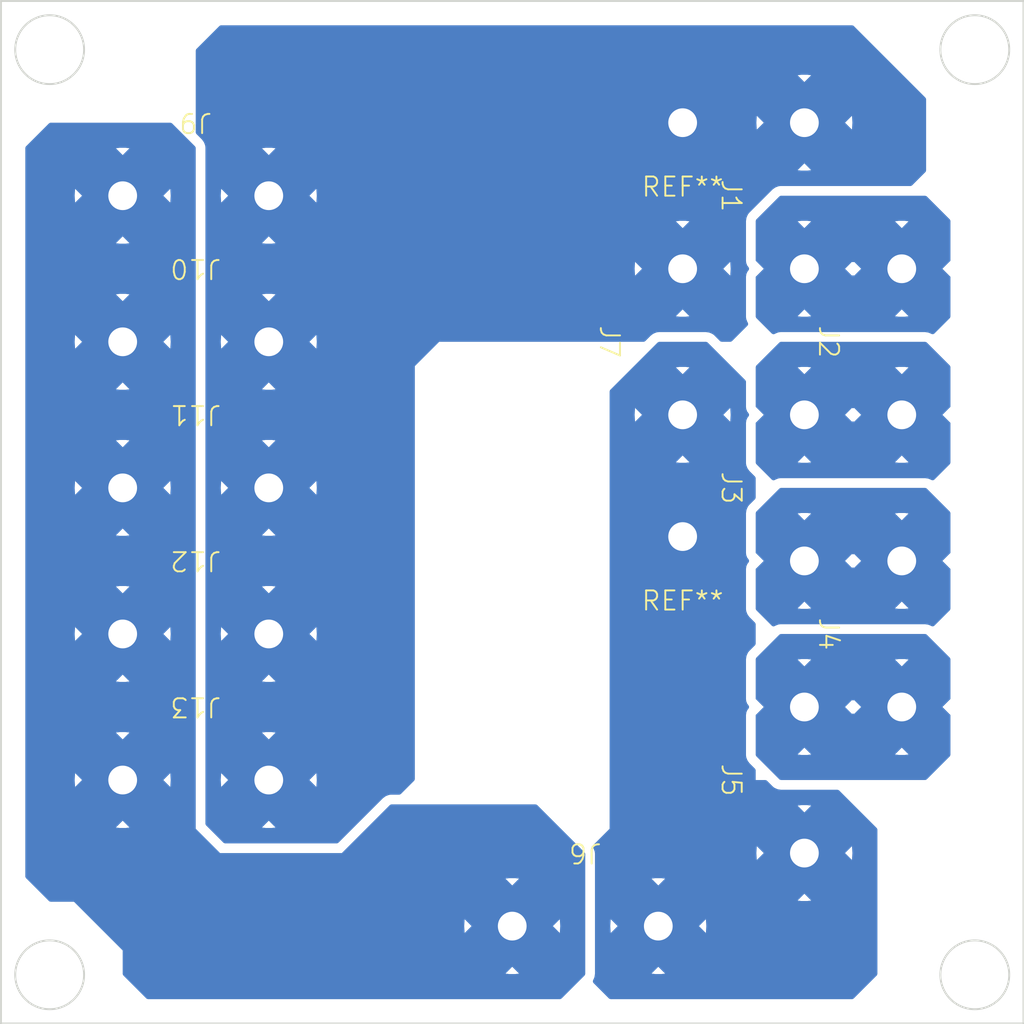
<source format=kicad_pcb>
(kicad_pcb (version 20221018) (generator pcbnew)
  (layers (0 "F.Cu" signal) (31 "B.Cu" signal) (34 "B.Paste" user) (35 "F.Paste" user) (36 "B.SilkS" user "B.Silkscreen") (37 "F.SilkS" user "F.Silkscreen") (38 "B.Mask" user) (39 "F.Mask" user) (44 "Edge.Cuts" user))
  (net 0 "")
  (net 1 "+BATT")
  (net 2 "Net-(J4-Pin_2)")
  (net 3 "gnd")
  (net 4 "GND")
  (net 5 "Net-(J1-Pin_2)")
  (net 6 "Net-(J2-Pin_2)")
  (net 7 "Net-(J3-Pin_2)")
  (footprint "my_self_library:xt30_2hole" (layer "F.Cu") (at 35.56 17.78 -90)
    (fp_text reference "J7" (at 0 3.81 -90 unlocked) (layer "F.SilkS") (effects (font (thickness 0.1))))
    (fp_text value "Conn_01x02_Pin")
    (pad "1" thru_hole circle (at -3.81 0 270) (size 4 4) (drill 1.5) (layers "*.Cu" "*.Mask") (net 1 "+BATT"))
    (pad "2" thru_hole circle (at 3.81 0 270) (size 4 4) (drill 1.5) (layers "*.Cu" "*.Mask") (net 3 "gnd"))
  )
  (footprint "my_self_library:xt30_2hole" (layer "F.Cu") (at 10.16 33.02 180)
    (fp_text reference "J12" (at 0 3.81 180 unlocked) (layer "F.SilkS") (effects (font (thickness 0.1))))
    (fp_text value "Conn_01x02_Pin")
    (pad "1" thru_hole circle (at -3.81 0 180) (size 4 4) (drill 1.5) (layers "*.Cu" "*.Mask") (net 1 "+BATT"))
    (pad "2" thru_hole circle (at 3.81 0 180) (size 4 4) (drill 1.5) (layers "*.Cu" "*.Mask") (net 4 "GND"))
  )
  (footprint "my_self_library:1hole" (layer "F.Cu") (at 35.56 27.94)
    (fp_text reference "REF**" (at 0 3.35 unlocked) (layer "F.SilkS") (effects (font (thickness 0.1))))
    (fp_text value "1hole")
    (pad "1" thru_hole circle (at 0 0) (size 4 4) (drill 1.5) (layers "*.Cu" "*.Mask") (net 3 "gnd"))
  )
  (footprint "my_self_library:xt30_2hole" (layer "F.Cu") (at 41.91 40.64 -90)
    (fp_text reference "J5" (at 0 3.81 -90 unlocked) (layer "F.SilkS") (effects (font (thickness 0.1))))
    (fp_text value "Conn_01x02_Pin")
    (pad "1" thru_hole circle (at -3.81 0 270) (size 4 4) (drill 1.5) (layers "*.Cu" "*.Mask") (net 2 "Net-(J4-Pin_2)"))
    (pad "2" thru_hole circle (at 3.81 0 270) (size 4 4) (drill 1.5) (layers "*.Cu" "*.Mask") (net 3 "gnd"))
  )
  (footprint "my_self_library:xt30_2hole" (layer "F.Cu") (at 10.16 10.16 180)
    (fp_text reference "J9" (at 0 3.81 180 unlocked) (layer "F.SilkS") (effects (font (thickness 0.1))))
    (fp_text value "Conn_01x02_Pin")
    (pad "1" thru_hole circle (at -3.81 0 180) (size 4 4) (drill 1.5) (layers "*.Cu" "*.Mask") (net 1 "+BATT"))
    (pad "2" thru_hole circle (at 3.81 0 180) (size 4 4) (drill 1.5) (layers "*.Cu" "*.Mask") (net 4 "GND"))
  )
  (footprint "my_self_library:xt30_2hole" (layer "F.Cu") (at 46.99 33.02 -90)
    (fp_text reference "J4" (at 0 3.81 -90 unlocked) (layer "F.SilkS") (effects (font (thickness 0.1))))
    (fp_text value "Conn_01x02_Pin")
    (pad "1" thru_hole circle (at -3.81 0 270) (size 4 4) (drill 1.5) (layers "*.Cu" "*.Mask") (net 7 "Net-(J3-Pin_2)"))
    (pad "2" thru_hole circle (at 3.81 0 270) (size 4 4) (drill 1.5) (layers "*.Cu" "*.Mask") (net 2 "Net-(J4-Pin_2)"))
  )
  (footprint "my_self_library:1hole" (layer "F.Cu") (at 35.56 6.35)
    (fp_text reference "REF**" (at 0 3.35 unlocked) (layer "F.SilkS") (effects (font (thickness 0.1))))
    (fp_text value "1hole")
    (pad "1" thru_hole circle (at 0 0) (size 4 4) (drill 1.5) (layers "*.Cu" "*.Mask") (net 1 "+BATT"))
  )
  (footprint "my_self_library:xt30_2hole" (layer "F.Cu") (at 46.99 17.78 -90)
    (fp_text reference "J2" (at 0 3.81 -90 unlocked) (layer "F.SilkS") (effects (font (thickness 0.1))))
    (fp_text value "Conn_01x02_Pin")
    (pad "1" thru_hole circle (at -3.81 0 270) (size 4 4) (drill 1.5) (layers "*.Cu" "*.Mask") (net 5 "Net-(J1-Pin_2)"))
    (pad "2" thru_hole circle (at 3.81 0 270) (size 4 4) (drill 1.5) (layers "*.Cu" "*.Mask") (net 6 "Net-(J2-Pin_2)"))
  )
  (footprint "my_self_library:xt30_2hole" (layer "F.Cu") (at 10.16 40.64 180)
    (fp_text reference "J13" (at 0 3.81 180 unlocked) (layer "F.SilkS") (effects (font (thickness 0.1))))
    (fp_text value "Conn_01x02_Pin")
    (pad "1" thru_hole circle (at -3.81 0 180) (size 4 4) (drill 1.5) (layers "*.Cu" "*.Mask") (net 1 "+BATT"))
    (pad "2" thru_hole circle (at 3.81 0 180) (size 4 4) (drill 1.5) (layers "*.Cu" "*.Mask") (net 4 "GND"))
  )
  (footprint "my_self_library:xt30_2hole" (layer "F.Cu") (at 10.16 17.78 180)
    (fp_text reference "J10" (at 0 3.81 180 unlocked) (layer "F.SilkS") (effects (font (thickness 0.1))))
    (fp_text value "Conn_01x02_Pin")
    (pad "1" thru_hole circle (at -3.81 0 180) (size 4 4) (drill 1.5) (layers "*.Cu" "*.Mask") (net 1 "+BATT"))
    (pad "2" thru_hole circle (at 3.81 0 180) (size 4 4) (drill 1.5) (layers "*.Cu" "*.Mask") (net 4 "GND"))
  )
  (footprint "my_self_library:xt30_2hole" (layer "F.Cu") (at 41.91 25.4 -90)
    (fp_text reference "J3" (at 0 3.81 -90 unlocked) (layer "F.SilkS") (effects (font (thickness 0.1))))
    (fp_text value "Conn_01x02_Pin")
    (pad "1" thru_hole circle (at -3.81 0 270) (size 4 4) (drill 1.5) (layers "*.Cu" "*.Mask") (net 6 "Net-(J2-Pin_2)"))
    (pad "2" thru_hole circle (at 3.81 0 270) (size 4 4) (drill 1.5) (layers "*.Cu" "*.Mask") (net 7 "Net-(J3-Pin_2)"))
  )
  (footprint "my_self_library:xt30_2hole" (layer "F.Cu") (at 10.16 25.4 180)
    (fp_text reference "J11" (at 0 3.81 180 unlocked) (layer "F.SilkS") (effects (font (thickness 0.1))))
    (fp_text value "Conn_01x02_Pin")
    (pad "1" thru_hole circle (at -3.81 0 180) (size 4 4) (drill 1.5) (layers "*.Cu" "*.Mask") (net 1 "+BATT"))
    (pad "2" thru_hole circle (at 3.81 0 180) (size 4 4) (drill 1.5) (layers "*.Cu" "*.Mask") (net 4 "GND"))
  )
  (footprint "my_self_library:xt30_2hole" (layer "F.Cu") (at 30.48 48.26 180)
    (fp_text reference "J6" (at 0 3.81 180 unlocked) (layer "F.SilkS") (effects (font (thickness 0.1))))
    (fp_text value "Conn_01x02_Pin")
    (pad "1" thru_hole circle (at -3.81 0 180) (size 4 4) (drill 1.5) (layers "*.Cu" "*.Mask") (net 3 "gnd"))
    (pad "2" thru_hole circle (at 3.81 0 180) (size 4 4) (drill 1.5) (layers "*.Cu" "*.Mask") (net 4 "GND"))
  )
  (footprint "my_self_library:xt30_2hole" (layer "F.Cu") (at 41.91 10.16 -90)
    (fp_text reference "J1" (at 0 3.81 -90 unlocked) (layer "F.SilkS") (effects (font (thickness 0.1))))
    (fp_text value "Conn_01x02_Pin")
    (pad "1" thru_hole circle (at -3.81 0 270) (size 4 4) (drill 1.5) (layers "*.Cu" "*.Mask") (net 1 "+BATT"))
    (pad "2" thru_hole circle (at 3.81 0 270) (size 4 4) (drill 1.5) (layers "*.Cu" "*.Mask") (net 5 "Net-(J1-Pin_2)"))
  )
  (gr_circle (center 2.54 50.8) (end 3.81 52.07) (stroke (width 0.1)) (fill none) (layer "Edge.Cuts"))
  (gr_circle (center 50.8 2.54) (end 52.07 3.81) (stroke (width 0.1)) (fill none) (layer "Edge.Cuts"))
  (gr_circle (center 50.8 50.8) (end 52.07 52.07) (stroke (width 0.1)) (fill none) (layer "Edge.Cuts"))
  (gr_circle (center 2.54 2.54) (end 3.81 3.81) (stroke (width 0.1)) (fill none) (layer "Edge.Cuts"))
  (gr_rect (start 0 0) (end 53.34 53.34) (stroke (width 0.1)) (fill none) (layer "Edge.Cuts"))
  (zone (net 3) (net_name "gnd") (layer "B.Cu") (priority 1) (connect_pads (clearance 0.5)) (min_thickness 0.25) (fill yes (thermal_gap 0.5) (thermal_bridge_width 3) (island_removal_mode 1) (island_area_min 10))
    (polygon (pts (xy 30.48 44.45) (xy 31.75 43.18) (xy 31.75 20.32) (xy 34.29 17.78) (xy 36.83 17.78) (xy 39.37 20.32) (xy 39.37 39.37) (xy 39.37 40.64) (xy 43.18 40.64) (xy 45.72 43.18) (xy 45.72 50.8) (xy 44.45 52.07) (xy 31.75 52.07) (xy 30.48 50.8)))
  )
  (zone (net 1) (net_name "+BATT") (layer "B.Cu") (connect_pads (clearance 0.5)) (min_thickness 0.25) (fill yes (thermal_gap 0.5) (thermal_bridge_width 3) (island_removal_mode 1) (island_area_min 10))
    (polygon (pts (xy 44.45 1.27) (xy 48.26 5.08) (xy 48.26 8.89) (xy 46.99 10.16) (xy 40.64 10.16) (xy 39.37 11.43) (xy 39.37 16.51) (xy 38.1 17.78) (xy 22.86 17.78) (xy 21.59 19.05) (xy 21.59 40.64) (xy 17.78 44.45) (xy 11.43 44.45) (xy 10.16 43.18) (xy 10.16 2.54) (xy 11.43 1.27)))
  )
  (zone (net 2) (net_name "Net-(J4-Pin_2)") (layer "B.Cu") (priority 14) (connect_pads (clearance 0.5)) (min_thickness 0.25) (fill yes (thermal_gap 0.5) (thermal_bridge_width 3) (island_removal_mode 1) (island_area_min 10))
    (polygon (pts (xy 39.37 34.29) (xy 40.64 33.02) (xy 48.26 33.02) (xy 49.53 34.29) (xy 49.53 39.37) (xy 48.26 40.64) (xy 40.64 40.64) (xy 39.37 39.37)))
  )
  (zone (net 6) (net_name "Net-(J2-Pin_2)") (layer "B.Cu") (priority 12) (connect_pads (clearance 0.5)) (min_thickness 0.25) (fill yes (thermal_gap 0.5) (thermal_bridge_width 3) (island_removal_mode 1) (island_area_min 10))
    (polygon (pts (xy 39.37 19.05) (xy 40.64 17.78) (xy 48.26 17.78) (xy 49.53 19.05) (xy 49.53 24.13) (xy 48.26 25.4) (xy 40.64 25.4) (xy 39.37 24.13)))
  )
  (zone (net 7) (net_name "Net-(J3-Pin_2)") (layer "B.Cu") (priority 13) (connect_pads (clearance 0.5)) (min_thickness 0.25) (fill yes (thermal_gap 0.5) (thermal_bridge_width 3) (island_removal_mode 1) (island_area_min 10))
    (polygon (pts (xy 39.37 26.67) (xy 40.64 25.4) (xy 48.26 25.4) (xy 49.53 26.67) (xy 49.53 31.75) (xy 48.26 33.02) (xy 40.64 33.02) (xy 39.37 31.75)))
  )
  (zone (net 4) (net_name "GND") (layer "B.Cu") (priority 2) (connect_pads (clearance 0.5)) (min_thickness 0.25) (fill yes (thermal_gap 0.5) (thermal_bridge_width 3) (island_removal_mode 1) (island_area_min 10))
    (polygon (pts (xy 6.35 49.53) (xy 3.81 46.99) (xy 2.54 46.99) (xy 1.27 45.72) (xy 1.27 7.62) (xy 2.54 6.35) (xy 8.89 6.35) (xy 10.16 7.62) (xy 10.16 43.18) (xy 11.43 44.45) (xy 17.78 44.45) (xy 20.32 41.91) (xy 27.94 41.91) (xy 30.48 44.45) (xy 30.48 50.8) (xy 29.21 52.07) (xy 7.62 52.07) (xy 6.35 50.8)))
  )
  (zone (net 5) (net_name "Net-(J1-Pin_2)") (layer "B.Cu") (priority 11) (connect_pads (clearance 0.5)) (min_thickness 0.25) (fill yes (thermal_gap 0.5) (thermal_bridge_width 3) (island_removal_mode 1) (island_area_min 10))
    (polygon (pts (xy 39.37 11.43) (xy 40.64 10.16) (xy 48.26 10.16) (xy 49.53 11.43) (xy 49.53 16.51) (xy 48.26 17.78) (xy 40.64 17.78) (xy 39.37 16.51)))
  )
)
</source>
